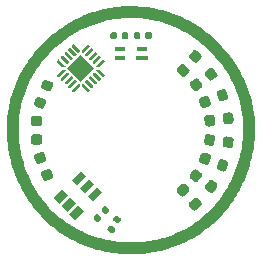
<source format=gts>
G04 #@! TF.GenerationSoftware,KiCad,Pcbnew,(5.1.8)-1*
G04 #@! TF.CreationDate,2021-06-14T15:46:15+01:00*
G04 #@! TF.ProjectId,amulet,616d756c-6574-42e6-9b69-6361645f7063,rev?*
G04 #@! TF.SameCoordinates,Original*
G04 #@! TF.FileFunction,Soldermask,Top*
G04 #@! TF.FilePolarity,Negative*
%FSLAX46Y46*%
G04 Gerber Fmt 4.6, Leading zero omitted, Abs format (unit mm)*
G04 Created by KiCad (PCBNEW (5.1.8)-1) date 2021-06-14 15:46:15*
%MOMM*%
%LPD*%
G01*
G04 APERTURE LIST*
%ADD10C,0.100000*%
%ADD11C,0.850000*%
%ADD12R,0.900000X0.350000*%
%ADD13R,1.000000X0.350000*%
G04 APERTURE END LIST*
D10*
G04 #@! TO.C,TP1*
G36*
X99994144Y-89500463D02*
G01*
X103924657Y-91351125D01*
X103707689Y-91253061D01*
X103488388Y-91160510D01*
X103266863Y-91073570D01*
X103043226Y-90992340D01*
X102817587Y-90916916D01*
X102590057Y-90847398D01*
X102360748Y-90783882D01*
X102129769Y-90726467D01*
X101897232Y-90675250D01*
X101663248Y-90630330D01*
X101427928Y-90591803D01*
X101191381Y-90559769D01*
X100953720Y-90534324D01*
X100715055Y-90515567D01*
X100475497Y-90503595D01*
X100235156Y-90498507D01*
X99994144Y-90500400D01*
X99741605Y-90499444D01*
X99489702Y-90506017D01*
X99238568Y-90520013D01*
X98988340Y-90541330D01*
X98739154Y-90569864D01*
X98491143Y-90605512D01*
X98244445Y-90648171D01*
X97999193Y-90697736D01*
X97755524Y-90754104D01*
X97513573Y-90817172D01*
X97273475Y-90886837D01*
X97035365Y-90962994D01*
X96799379Y-91045540D01*
X96565652Y-91134373D01*
X96334319Y-91229387D01*
X96105516Y-91330481D01*
X95879378Y-91437549D01*
X95656040Y-91550490D01*
X95435638Y-91669199D01*
X95218307Y-91793573D01*
X95004182Y-91923508D01*
X94793399Y-92058902D01*
X94586093Y-92199649D01*
X94382400Y-92345648D01*
X94182453Y-92496793D01*
X93986390Y-92652983D01*
X93794346Y-92814113D01*
X93606454Y-92980081D01*
X93422852Y-93150781D01*
X93243674Y-93326112D01*
X93069056Y-93505969D01*
X92899133Y-93690249D01*
X92734040Y-93878849D01*
X92573912Y-94071664D01*
X92418886Y-94268592D01*
X92269095Y-94469529D01*
X92124677Y-94674372D01*
X91985765Y-94883017D01*
X91852495Y-95095360D01*
X91725004Y-95311298D01*
X91603424Y-95530728D01*
X91484811Y-95750315D01*
X91373063Y-95972759D01*
X91268149Y-96197900D01*
X91170035Y-96425579D01*
X91078690Y-96655638D01*
X90994080Y-96887917D01*
X90916174Y-97122256D01*
X90844939Y-97358497D01*
X90780343Y-97596480D01*
X90722352Y-97836046D01*
X90670936Y-98077036D01*
X90626060Y-98319291D01*
X90587694Y-98562650D01*
X90555803Y-98806956D01*
X90530357Y-99052049D01*
X90511322Y-99297770D01*
X90498666Y-99543959D01*
X90492357Y-99790457D01*
X90492361Y-100037105D01*
X90498648Y-100283744D01*
X90511184Y-100530214D01*
X90529936Y-100776357D01*
X90554873Y-101022013D01*
X90585962Y-101267023D01*
X90623170Y-101511227D01*
X90666465Y-101754467D01*
X90715815Y-101996583D01*
X90771186Y-102237416D01*
X90832548Y-102476807D01*
X90899867Y-102714596D01*
X90973110Y-102950625D01*
X91052246Y-103184734D01*
X91137242Y-103416763D01*
X91228065Y-103646554D01*
X91324683Y-103873948D01*
X91427064Y-104098785D01*
X91535175Y-104320905D01*
X91648984Y-104540151D01*
X91768457Y-104756362D01*
X91893564Y-104969379D01*
X92024271Y-105179043D01*
X92160546Y-105385195D01*
X92302356Y-105587676D01*
X92449669Y-105786326D01*
X92602453Y-105980986D01*
X92760675Y-106171497D01*
X92924302Y-106357700D01*
X93089629Y-106543685D01*
X93259953Y-106724217D01*
X93435114Y-106899271D01*
X93614955Y-107068825D01*
X93799316Y-107232857D01*
X93988037Y-107391344D01*
X94180960Y-107544262D01*
X94377926Y-107691590D01*
X94578775Y-107833303D01*
X94783348Y-107969380D01*
X94991486Y-108099798D01*
X95203031Y-108224533D01*
X95417822Y-108343564D01*
X95635701Y-108456866D01*
X95856509Y-108564418D01*
X96080087Y-108666197D01*
X96306275Y-108762179D01*
X96534914Y-108852342D01*
X96765845Y-108936663D01*
X96998910Y-109015120D01*
X97233948Y-109087689D01*
X97470802Y-109154348D01*
X97709311Y-109215073D01*
X97949316Y-109269843D01*
X98190659Y-109318634D01*
X98433181Y-109361424D01*
X98676722Y-109398189D01*
X98921123Y-109428907D01*
X99166225Y-109453555D01*
X99411868Y-109472110D01*
X99657895Y-109484550D01*
X99904145Y-109490851D01*
X100150460Y-109490991D01*
X100396680Y-109484947D01*
X100642647Y-109472696D01*
X100888201Y-109454216D01*
X101133182Y-109429483D01*
X101377433Y-109398475D01*
X101620794Y-109361169D01*
X101863105Y-109317542D01*
X102104208Y-109267572D01*
X102343943Y-109211235D01*
X102582151Y-109148508D01*
X102818674Y-109079370D01*
X103053352Y-109003796D01*
X103286026Y-108921765D01*
X103516537Y-108833254D01*
X103744726Y-108738239D01*
X103971206Y-108642534D01*
X104194200Y-108540493D01*
X104413637Y-108432255D01*
X104629448Y-108317959D01*
X104841565Y-108197743D01*
X105049918Y-108071747D01*
X105254437Y-107940109D01*
X105455055Y-107802968D01*
X105651702Y-107660463D01*
X105844309Y-107512732D01*
X106032807Y-107359914D01*
X106217126Y-107202148D01*
X106397198Y-107039572D01*
X106572954Y-106872326D01*
X106744324Y-106700549D01*
X106911239Y-106524378D01*
X107073631Y-106343953D01*
X107231430Y-106159412D01*
X107384567Y-105970895D01*
X107532974Y-105778539D01*
X107676580Y-105582485D01*
X107815317Y-105382870D01*
X107949116Y-105179833D01*
X108077908Y-104973513D01*
X108201624Y-104764049D01*
X108320194Y-104551579D01*
X108433549Y-104336243D01*
X108541621Y-104118179D01*
X108644341Y-103897526D01*
X108741639Y-103674422D01*
X108833446Y-103449007D01*
X108919693Y-103221419D01*
X109000311Y-102991797D01*
X109075231Y-102760279D01*
X109144384Y-102527005D01*
X109207701Y-102292113D01*
X109265112Y-102055741D01*
X109316549Y-101818030D01*
X109361943Y-101579117D01*
X109401224Y-101339141D01*
X109434324Y-101098241D01*
X109461173Y-100856556D01*
X109481702Y-100614224D01*
X109495842Y-100371385D01*
X109503525Y-100128177D01*
X109504680Y-99884738D01*
X109499240Y-99641208D01*
X109487134Y-99397725D01*
X109468294Y-99154428D01*
X109442651Y-98911456D01*
X109416823Y-98671578D01*
X109384117Y-98433203D01*
X109344642Y-98196427D01*
X109298510Y-97961349D01*
X109245832Y-97728067D01*
X109186719Y-97496678D01*
X109121281Y-97267280D01*
X109049629Y-97039971D01*
X108971874Y-96814850D01*
X108888126Y-96592013D01*
X108798498Y-96371558D01*
X108703099Y-96153584D01*
X108602041Y-95938188D01*
X108495433Y-95725469D01*
X108383388Y-95515523D01*
X108266016Y-95308449D01*
X108143428Y-95104345D01*
X108015734Y-94903308D01*
X107883046Y-94705437D01*
X107745474Y-94510829D01*
X107603130Y-94319581D01*
X107456123Y-94131793D01*
X107304566Y-93947561D01*
X107148568Y-93766984D01*
X106988240Y-93590159D01*
X106823695Y-93417185D01*
X106655041Y-93248158D01*
X106482391Y-93083178D01*
X106305854Y-92922341D01*
X106125543Y-92765746D01*
X105941567Y-92613490D01*
X105754037Y-92465671D01*
X105563065Y-92322388D01*
X105368762Y-92183737D01*
X105171237Y-92049818D01*
X104970602Y-91920727D01*
X104766968Y-91796562D01*
X104560446Y-91677422D01*
X104351146Y-91563404D01*
X104139179Y-91454606D01*
X103924657Y-91351125D01*
X99994144Y-89500463D01*
X100239800Y-89503239D01*
X100485320Y-89511834D01*
X100730570Y-89526203D01*
X100981198Y-89542791D01*
X101230807Y-89566029D01*
X101479292Y-89595829D01*
X101726551Y-89632102D01*
X101972479Y-89674758D01*
X102216973Y-89723709D01*
X102459930Y-89778865D01*
X102701246Y-89840137D01*
X102940818Y-89907436D01*
X103178542Y-89980673D01*
X103414314Y-90059759D01*
X103648032Y-90144605D01*
X103879591Y-90235122D01*
X104108889Y-90331220D01*
X104335821Y-90432811D01*
X104560284Y-90539805D01*
X104782175Y-90652114D01*
X105001390Y-90769648D01*
X105217826Y-90892318D01*
X105431379Y-91020035D01*
X105641946Y-91152710D01*
X105849423Y-91290255D01*
X106053707Y-91432578D01*
X106254694Y-91579593D01*
X106452280Y-91731209D01*
X106646363Y-91887338D01*
X106836838Y-92047890D01*
X107023603Y-92212776D01*
X107206553Y-92381908D01*
X107385586Y-92555195D01*
X107560597Y-92732550D01*
X107731484Y-92913883D01*
X107898142Y-93099104D01*
X108060469Y-93288125D01*
X108218360Y-93480857D01*
X108371713Y-93677211D01*
X108520423Y-93877097D01*
X108664388Y-94080426D01*
X108803503Y-94287109D01*
X108937666Y-94497058D01*
X109066772Y-94710183D01*
X109190719Y-94926395D01*
X109309403Y-95145604D01*
X109422719Y-95367723D01*
X109530566Y-95592661D01*
X109632839Y-95820330D01*
X109729435Y-96050640D01*
X109820250Y-96283503D01*
X109909296Y-96514559D01*
X109991988Y-96747394D01*
X110068365Y-96981886D01*
X110138468Y-97217908D01*
X110202336Y-97455338D01*
X110260008Y-97694051D01*
X110311526Y-97933923D01*
X110356927Y-98174829D01*
X110396253Y-98416646D01*
X110429543Y-98659249D01*
X110456836Y-98902514D01*
X110478173Y-99146317D01*
X110493593Y-99390533D01*
X110503136Y-99635039D01*
X110506842Y-99879710D01*
X110504750Y-100124423D01*
X110496901Y-100369052D01*
X110483334Y-100613473D01*
X110464088Y-100857564D01*
X110439204Y-101101198D01*
X110408722Y-101344252D01*
X110372681Y-101586603D01*
X110331120Y-101828125D01*
X110284080Y-102068694D01*
X110231601Y-102308187D01*
X110173722Y-102546479D01*
X110110483Y-102783446D01*
X110041923Y-103018963D01*
X109968084Y-103252907D01*
X109889003Y-103485154D01*
X109804722Y-103715578D01*
X109715279Y-103944056D01*
X109620715Y-104170464D01*
X109521069Y-104394678D01*
X109416381Y-104616573D01*
X109306692Y-104836024D01*
X109192040Y-105052909D01*
X109072465Y-105267103D01*
X108948008Y-105478481D01*
X108818707Y-105686919D01*
X108684603Y-105892294D01*
X108545736Y-106094480D01*
X108402145Y-106293354D01*
X108253871Y-106488792D01*
X108100952Y-106680669D01*
X107943428Y-106868861D01*
X107781340Y-107053245D01*
X107614727Y-107233695D01*
X107443629Y-107410087D01*
X107268085Y-107582298D01*
X107088137Y-107750203D01*
X106904259Y-107920566D01*
X106716276Y-108085548D01*
X106524322Y-108245139D01*
X106328533Y-108399332D01*
X106129043Y-108548116D01*
X105925987Y-108691484D01*
X105719501Y-108829426D01*
X105509719Y-108961934D01*
X105296776Y-109089000D01*
X105080807Y-109210614D01*
X104861948Y-109326768D01*
X104640332Y-109437453D01*
X104416096Y-109542660D01*
X104189374Y-109642381D01*
X103960301Y-109736606D01*
X103729012Y-109825328D01*
X103495641Y-109908537D01*
X103260325Y-109986225D01*
X103023198Y-110058382D01*
X102784395Y-110125001D01*
X102544050Y-110186073D01*
X102302300Y-110241588D01*
X102059278Y-110291538D01*
X101815120Y-110335914D01*
X101569960Y-110374708D01*
X101323935Y-110407911D01*
X101077178Y-110435514D01*
X100829824Y-110457508D01*
X100582010Y-110473885D01*
X100333868Y-110484636D01*
X100085536Y-110489751D01*
X99837147Y-110489224D01*
X99588836Y-110483044D01*
X99340739Y-110471203D01*
X99092991Y-110453692D01*
X98845725Y-110430503D01*
X98599078Y-110401627D01*
X98353185Y-110367055D01*
X98108180Y-110326778D01*
X97864198Y-110280787D01*
X97621374Y-110229075D01*
X97379843Y-110171631D01*
X97139741Y-110108449D01*
X96901202Y-110039517D01*
X96664361Y-109964829D01*
X96429353Y-109884375D01*
X96196313Y-109798147D01*
X95965376Y-109706135D01*
X95736677Y-109608331D01*
X95510351Y-109504727D01*
X95286533Y-109395313D01*
X95064710Y-109285920D01*
X94846382Y-109170918D01*
X94631601Y-109050424D01*
X94420419Y-108924557D01*
X94212888Y-108793437D01*
X94009061Y-108657181D01*
X93808991Y-108515908D01*
X93612728Y-108369737D01*
X93420326Y-108218787D01*
X93231836Y-108063175D01*
X93047311Y-107903021D01*
X92866804Y-107738442D01*
X92690366Y-107569559D01*
X92518049Y-107396488D01*
X92349906Y-107219350D01*
X92185989Y-107038261D01*
X92026350Y-106853342D01*
X91871042Y-106664710D01*
X91720116Y-106472485D01*
X91573625Y-106276784D01*
X91431621Y-106077726D01*
X91294157Y-105875430D01*
X91161284Y-105670015D01*
X91033055Y-105461599D01*
X90909522Y-105250300D01*
X90790737Y-105036238D01*
X90676752Y-104819530D01*
X90567621Y-104600296D01*
X90463394Y-104378654D01*
X90364124Y-104154722D01*
X90269864Y-103928619D01*
X90180665Y-103700464D01*
X90096580Y-103470376D01*
X90017661Y-103238472D01*
X89943960Y-103004871D01*
X89875530Y-102769693D01*
X89812422Y-102533055D01*
X89754690Y-102295077D01*
X89702384Y-102055876D01*
X89655558Y-101815572D01*
X89614263Y-101574282D01*
X89578552Y-101332126D01*
X89548478Y-101089223D01*
X89524091Y-100845690D01*
X89505445Y-100601646D01*
X89492592Y-100357210D01*
X89485584Y-100112500D01*
X89484473Y-99867636D01*
X89489311Y-99622735D01*
X89500151Y-99377916D01*
X89517044Y-99133298D01*
X89540044Y-98889000D01*
X89569202Y-98645139D01*
X89604570Y-98401835D01*
X89639758Y-98161689D01*
X89681170Y-97923107D01*
X89728712Y-97686169D01*
X89782291Y-97450955D01*
X89841811Y-97217545D01*
X89907180Y-96986020D01*
X89978302Y-96756460D01*
X90055083Y-96528944D01*
X90137430Y-96303553D01*
X90225248Y-96080367D01*
X90318443Y-95859466D01*
X90416920Y-95640930D01*
X90520585Y-95424840D01*
X90629345Y-95211275D01*
X90743105Y-95000315D01*
X90861771Y-94792041D01*
X90985248Y-94586533D01*
X91113442Y-94383871D01*
X91246260Y-94184135D01*
X91383606Y-93987405D01*
X91525388Y-93793762D01*
X91671510Y-93603284D01*
X91821878Y-93416054D01*
X91976398Y-93232150D01*
X92134977Y-93051652D01*
X92297519Y-92874642D01*
X92463930Y-92701199D01*
X92634117Y-92531403D01*
X92807985Y-92365334D01*
X92985440Y-92203072D01*
X93166387Y-92044698D01*
X93350733Y-91890292D01*
X93538384Y-91739933D01*
X93729244Y-91593703D01*
X93923220Y-91451680D01*
X94120218Y-91313945D01*
X94320143Y-91180579D01*
X94522902Y-91051661D01*
X94728400Y-90927272D01*
X94936542Y-90807491D01*
X95147235Y-90692399D01*
X95360385Y-90582075D01*
X95575896Y-90476601D01*
X95793676Y-90376056D01*
X96013629Y-90280520D01*
X96235662Y-90190074D01*
X96459681Y-90104796D01*
X96685591Y-90024769D01*
X96913297Y-89950071D01*
X97142707Y-89880783D01*
X97373725Y-89816985D01*
X97606257Y-89758758D01*
X97840209Y-89706180D01*
X98075488Y-89659333D01*
X98311998Y-89618296D01*
X98549646Y-89583150D01*
X98788337Y-89553974D01*
X99027977Y-89530849D01*
X99268472Y-89513855D01*
X99509728Y-89503073D01*
X99751650Y-89498581D01*
X99994144Y-89500461D01*
X99994144Y-89500463D01*
G37*
G04 #@! TD*
D11*
G04 #@! TO.C,REF\u002A\u002A*
X90000000Y-100000000D03*
G04 #@! TD*
G04 #@! TO.C,REF\u002A\u002A*
X110000000Y-100000000D03*
G04 #@! TD*
G04 #@! TO.C,D9*
G36*
G01*
X92238281Y-97163828D02*
X92711769Y-97359953D01*
G75*
G02*
X92830156Y-97645764I-83712J-202099D01*
G01*
X92662732Y-98049961D01*
G75*
G02*
X92376921Y-98168348I-202099J83712D01*
G01*
X91903433Y-97972223D01*
G75*
G02*
X91785046Y-97686412I83712J202099D01*
G01*
X91952470Y-97282215D01*
G75*
G02*
X92238281Y-97163828I202099J-83712D01*
G01*
G37*
G36*
G01*
X92841007Y-95708718D02*
X93314495Y-95904843D01*
G75*
G02*
X93432882Y-96190654I-83712J-202099D01*
G01*
X93265458Y-96594851D01*
G75*
G02*
X92979647Y-96713238I-202099J83712D01*
G01*
X92506159Y-96517113D01*
G75*
G02*
X92387772Y-96231302I83712J202099D01*
G01*
X92555196Y-95827105D01*
G75*
G02*
X92841007Y-95708718I202099J-83712D01*
G01*
G37*
G04 #@! TD*
G04 #@! TO.C,D11*
G36*
G01*
X91903433Y-102027778D02*
X92376921Y-101831653D01*
G75*
G02*
X92662732Y-101950040I83712J-202099D01*
G01*
X92830156Y-102354237D01*
G75*
G02*
X92711769Y-102640048I-202099J-83712D01*
G01*
X92238281Y-102836173D01*
G75*
G02*
X91952470Y-102717786I-83712J202099D01*
G01*
X91785046Y-102313589D01*
G75*
G02*
X91903433Y-102027778I202099J83712D01*
G01*
G37*
G36*
G01*
X92506159Y-103482888D02*
X92979647Y-103286763D01*
G75*
G02*
X93265458Y-103405150I83712J-202099D01*
G01*
X93432882Y-103809347D01*
G75*
G02*
X93314495Y-104095158I-202099J-83712D01*
G01*
X92841007Y-104291283D01*
G75*
G02*
X92555196Y-104172896I-83712J202099D01*
G01*
X92387772Y-103768699D01*
G75*
G02*
X92506159Y-103482888I202099J83712D01*
G01*
G37*
G04 #@! TD*
D10*
G04 #@! TO.C,U2*
G36*
X94867140Y-105673241D02*
G01*
X95326759Y-106132860D01*
X94577226Y-106882393D01*
X94117607Y-106422774D01*
X94867140Y-105673241D01*
G37*
G36*
X95538891Y-106344993D02*
G01*
X95998510Y-106804612D01*
X95248977Y-107554145D01*
X94789358Y-107094526D01*
X95538891Y-106344993D01*
G37*
G36*
X94195388Y-105001490D02*
G01*
X94655007Y-105461109D01*
X93905474Y-106210642D01*
X93445855Y-105751023D01*
X94195388Y-105001490D01*
G37*
G36*
X95751023Y-103445855D02*
G01*
X96210642Y-103905474D01*
X95461109Y-104655007D01*
X95001490Y-104195388D01*
X95751023Y-103445855D01*
G37*
G36*
X96422774Y-104117607D02*
G01*
X96882393Y-104577226D01*
X96132860Y-105326759D01*
X95673241Y-104867140D01*
X96422774Y-104117607D01*
G37*
G36*
X97094526Y-104789358D02*
G01*
X97554145Y-105248977D01*
X96804612Y-105998510D01*
X96344993Y-105538891D01*
X97094526Y-104789358D01*
G37*
G04 #@! TD*
G04 #@! TO.C,U1*
G36*
X95750000Y-95881371D02*
G01*
X94618629Y-94750000D01*
X95750000Y-93618629D01*
X96881371Y-94750000D01*
X95750000Y-95881371D01*
G37*
G36*
X93848389Y-94001319D02*
G01*
X93857033Y-93996699D01*
X93866413Y-93993854D01*
X93876167Y-93992893D01*
X93885921Y-93993854D01*
X93895301Y-93996699D01*
X93903945Y-94001319D01*
X93911522Y-94007538D01*
X94441852Y-94537868D01*
X94448071Y-94545445D01*
X94452691Y-94554089D01*
X94455536Y-94563469D01*
X94456497Y-94573223D01*
X94455536Y-94582977D01*
X94452691Y-94592357D01*
X94448071Y-94601001D01*
X94441852Y-94608578D01*
X94421142Y-94629289D01*
X94413565Y-94635507D01*
X94404921Y-94640127D01*
X94395540Y-94642973D01*
X94385787Y-94643933D01*
X94215075Y-94643933D01*
X94205322Y-94642973D01*
X94195941Y-94640127D01*
X94187297Y-94635507D01*
X94179720Y-94629289D01*
X93734746Y-94184314D01*
X93728527Y-94176737D01*
X93723907Y-94168093D01*
X93721062Y-94158713D01*
X93720101Y-94148959D01*
X93721062Y-94139205D01*
X93723907Y-94129825D01*
X93728527Y-94121181D01*
X93734746Y-94113604D01*
X93840812Y-94007538D01*
X93848389Y-94001319D01*
G37*
G36*
G01*
X94574435Y-94387607D02*
X94061783Y-93874955D01*
G75*
G02*
X94061783Y-93786567I44194J44194D01*
G01*
X94150171Y-93698179D01*
G75*
G02*
X94238559Y-93698179I44194J-44194D01*
G01*
X94751211Y-94210831D01*
G75*
G02*
X94751211Y-94299219I-44194J-44194D01*
G01*
X94662823Y-94387607D01*
G75*
G02*
X94574435Y-94387607I-44194J44194D01*
G01*
G37*
G36*
G01*
X94892633Y-94069409D02*
X94379981Y-93556757D01*
G75*
G02*
X94379981Y-93468369I44194J44194D01*
G01*
X94468369Y-93379981D01*
G75*
G02*
X94556757Y-93379981I44194J-44194D01*
G01*
X95069409Y-93892633D01*
G75*
G02*
X95069409Y-93981021I-44194J-44194D01*
G01*
X94981021Y-94069409D01*
G75*
G02*
X94892633Y-94069409I-44194J44194D01*
G01*
G37*
G36*
G01*
X95210831Y-93751211D02*
X94698179Y-93238559D01*
G75*
G02*
X94698179Y-93150171I44194J44194D01*
G01*
X94786567Y-93061783D01*
G75*
G02*
X94874955Y-93061783I44194J-44194D01*
G01*
X95387607Y-93574435D01*
G75*
G02*
X95387607Y-93662823I-44194J-44194D01*
G01*
X95299219Y-93751211D01*
G75*
G02*
X95210831Y-93751211I-44194J44194D01*
G01*
G37*
G36*
X95121181Y-92728527D02*
G01*
X95129825Y-92723907D01*
X95139205Y-92721062D01*
X95148959Y-92720101D01*
X95158713Y-92721062D01*
X95168093Y-92723907D01*
X95176737Y-92728527D01*
X95184314Y-92734746D01*
X95629289Y-93179720D01*
X95635507Y-93187297D01*
X95640127Y-93195941D01*
X95642973Y-93205322D01*
X95643933Y-93215075D01*
X95643933Y-93385787D01*
X95642973Y-93395540D01*
X95640127Y-93404921D01*
X95635507Y-93413565D01*
X95629289Y-93421142D01*
X95608578Y-93441852D01*
X95601001Y-93448071D01*
X95592357Y-93452691D01*
X95582977Y-93455536D01*
X95573223Y-93456497D01*
X95563469Y-93455536D01*
X95554089Y-93452691D01*
X95545445Y-93448071D01*
X95537868Y-93441852D01*
X95007538Y-92911522D01*
X95001319Y-92903945D01*
X94996699Y-92895301D01*
X94993854Y-92885921D01*
X94992893Y-92876167D01*
X94993854Y-92866413D01*
X94996699Y-92857033D01*
X95001319Y-92848389D01*
X95007538Y-92840812D01*
X95113604Y-92734746D01*
X95121181Y-92728527D01*
G37*
G36*
X96323263Y-92728527D02*
G01*
X96331907Y-92723907D01*
X96341287Y-92721062D01*
X96351041Y-92720101D01*
X96360795Y-92721062D01*
X96370175Y-92723907D01*
X96378819Y-92728527D01*
X96386396Y-92734746D01*
X96492462Y-92840812D01*
X96498681Y-92848389D01*
X96503301Y-92857033D01*
X96506146Y-92866413D01*
X96507107Y-92876167D01*
X96506146Y-92885921D01*
X96503301Y-92895301D01*
X96498681Y-92903945D01*
X96492462Y-92911522D01*
X95962132Y-93441852D01*
X95954555Y-93448071D01*
X95945911Y-93452691D01*
X95936531Y-93455536D01*
X95926777Y-93456497D01*
X95917023Y-93455536D01*
X95907643Y-93452691D01*
X95898999Y-93448071D01*
X95891422Y-93441852D01*
X95870711Y-93421142D01*
X95864493Y-93413565D01*
X95859873Y-93404921D01*
X95857027Y-93395540D01*
X95856067Y-93385787D01*
X95856067Y-93215075D01*
X95857027Y-93205322D01*
X95859873Y-93195941D01*
X95864493Y-93187297D01*
X95870711Y-93179720D01*
X96315686Y-92734746D01*
X96323263Y-92728527D01*
G37*
G36*
G01*
X96200781Y-93751211D02*
X96112393Y-93662823D01*
G75*
G02*
X96112393Y-93574435I44194J44194D01*
G01*
X96625045Y-93061783D01*
G75*
G02*
X96713433Y-93061783I44194J-44194D01*
G01*
X96801821Y-93150171D01*
G75*
G02*
X96801821Y-93238559I-44194J-44194D01*
G01*
X96289169Y-93751211D01*
G75*
G02*
X96200781Y-93751211I-44194J44194D01*
G01*
G37*
G36*
G01*
X96518979Y-94069409D02*
X96430591Y-93981021D01*
G75*
G02*
X96430591Y-93892633I44194J44194D01*
G01*
X96943243Y-93379981D01*
G75*
G02*
X97031631Y-93379981I44194J-44194D01*
G01*
X97120019Y-93468369D01*
G75*
G02*
X97120019Y-93556757I-44194J-44194D01*
G01*
X96607367Y-94069409D01*
G75*
G02*
X96518979Y-94069409I-44194J44194D01*
G01*
G37*
G36*
G01*
X96837177Y-94387607D02*
X96748789Y-94299219D01*
G75*
G02*
X96748789Y-94210831I44194J44194D01*
G01*
X97261441Y-93698179D01*
G75*
G02*
X97349829Y-93698179I44194J-44194D01*
G01*
X97438217Y-93786567D01*
G75*
G02*
X97438217Y-93874955I-44194J-44194D01*
G01*
X96925565Y-94387607D01*
G75*
G02*
X96837177Y-94387607I-44194J44194D01*
G01*
G37*
G36*
X97596055Y-94001319D02*
G01*
X97604699Y-93996699D01*
X97614079Y-93993854D01*
X97623833Y-93992893D01*
X97633587Y-93993854D01*
X97642967Y-93996699D01*
X97651611Y-94001319D01*
X97659188Y-94007538D01*
X97765254Y-94113604D01*
X97771473Y-94121181D01*
X97776093Y-94129825D01*
X97778938Y-94139205D01*
X97779899Y-94148959D01*
X97778938Y-94158713D01*
X97776093Y-94168093D01*
X97771473Y-94176737D01*
X97765254Y-94184314D01*
X97320280Y-94629289D01*
X97312703Y-94635507D01*
X97304059Y-94640127D01*
X97294678Y-94642973D01*
X97284925Y-94643933D01*
X97114213Y-94643933D01*
X97104460Y-94642973D01*
X97095079Y-94640127D01*
X97086435Y-94635507D01*
X97078858Y-94629289D01*
X97058148Y-94608578D01*
X97051929Y-94601001D01*
X97047309Y-94592357D01*
X97044464Y-94582977D01*
X97043503Y-94573223D01*
X97044464Y-94563469D01*
X97047309Y-94554089D01*
X97051929Y-94545445D01*
X97058148Y-94537868D01*
X97588478Y-94007538D01*
X97596055Y-94001319D01*
G37*
G36*
X97086435Y-94864493D02*
G01*
X97095079Y-94859873D01*
X97104460Y-94857027D01*
X97114213Y-94856067D01*
X97284925Y-94856067D01*
X97294678Y-94857027D01*
X97304059Y-94859873D01*
X97312703Y-94864493D01*
X97320280Y-94870711D01*
X97765254Y-95315686D01*
X97771473Y-95323263D01*
X97776093Y-95331907D01*
X97778938Y-95341287D01*
X97779899Y-95351041D01*
X97778938Y-95360795D01*
X97776093Y-95370175D01*
X97771473Y-95378819D01*
X97765254Y-95386396D01*
X97659188Y-95492462D01*
X97651611Y-95498681D01*
X97642967Y-95503301D01*
X97633587Y-95506146D01*
X97623833Y-95507107D01*
X97614079Y-95506146D01*
X97604699Y-95503301D01*
X97596055Y-95498681D01*
X97588478Y-95492462D01*
X97058148Y-94962132D01*
X97051929Y-94954555D01*
X97047309Y-94945911D01*
X97044464Y-94936531D01*
X97043503Y-94926777D01*
X97044464Y-94917023D01*
X97047309Y-94907643D01*
X97051929Y-94898999D01*
X97058148Y-94891422D01*
X97078858Y-94870711D01*
X97086435Y-94864493D01*
G37*
G36*
G01*
X97261441Y-95801821D02*
X96748789Y-95289169D01*
G75*
G02*
X96748789Y-95200781I44194J44194D01*
G01*
X96837177Y-95112393D01*
G75*
G02*
X96925565Y-95112393I44194J-44194D01*
G01*
X97438217Y-95625045D01*
G75*
G02*
X97438217Y-95713433I-44194J-44194D01*
G01*
X97349829Y-95801821D01*
G75*
G02*
X97261441Y-95801821I-44194J44194D01*
G01*
G37*
G36*
G01*
X96943243Y-96120019D02*
X96430591Y-95607367D01*
G75*
G02*
X96430591Y-95518979I44194J44194D01*
G01*
X96518979Y-95430591D01*
G75*
G02*
X96607367Y-95430591I44194J-44194D01*
G01*
X97120019Y-95943243D01*
G75*
G02*
X97120019Y-96031631I-44194J-44194D01*
G01*
X97031631Y-96120019D01*
G75*
G02*
X96943243Y-96120019I-44194J44194D01*
G01*
G37*
G36*
G01*
X96625045Y-96438217D02*
X96112393Y-95925565D01*
G75*
G02*
X96112393Y-95837177I44194J44194D01*
G01*
X96200781Y-95748789D01*
G75*
G02*
X96289169Y-95748789I44194J-44194D01*
G01*
X96801821Y-96261441D01*
G75*
G02*
X96801821Y-96349829I-44194J-44194D01*
G01*
X96713433Y-96438217D01*
G75*
G02*
X96625045Y-96438217I-44194J44194D01*
G01*
G37*
G36*
X95898999Y-96051929D02*
G01*
X95907643Y-96047309D01*
X95917023Y-96044464D01*
X95926777Y-96043503D01*
X95936531Y-96044464D01*
X95945911Y-96047309D01*
X95954555Y-96051929D01*
X95962132Y-96058148D01*
X96492462Y-96588478D01*
X96498681Y-96596055D01*
X96503301Y-96604699D01*
X96506146Y-96614079D01*
X96507107Y-96623833D01*
X96506146Y-96633587D01*
X96503301Y-96642967D01*
X96498681Y-96651611D01*
X96492462Y-96659188D01*
X96386396Y-96765254D01*
X96378819Y-96771473D01*
X96370175Y-96776093D01*
X96360795Y-96778938D01*
X96351041Y-96779899D01*
X96341287Y-96778938D01*
X96331907Y-96776093D01*
X96323263Y-96771473D01*
X96315686Y-96765254D01*
X95870711Y-96320280D01*
X95864493Y-96312703D01*
X95859873Y-96304059D01*
X95857027Y-96294678D01*
X95856067Y-96284925D01*
X95856067Y-96114213D01*
X95857027Y-96104460D01*
X95859873Y-96095079D01*
X95864493Y-96086435D01*
X95870711Y-96078858D01*
X95891422Y-96058148D01*
X95898999Y-96051929D01*
G37*
G36*
X95545445Y-96051929D02*
G01*
X95554089Y-96047309D01*
X95563469Y-96044464D01*
X95573223Y-96043503D01*
X95582977Y-96044464D01*
X95592357Y-96047309D01*
X95601001Y-96051929D01*
X95608578Y-96058148D01*
X95629289Y-96078858D01*
X95635507Y-96086435D01*
X95640127Y-96095079D01*
X95642973Y-96104460D01*
X95643933Y-96114213D01*
X95643933Y-96284925D01*
X95642973Y-96294678D01*
X95640127Y-96304059D01*
X95635507Y-96312703D01*
X95629289Y-96320280D01*
X95184314Y-96765254D01*
X95176737Y-96771473D01*
X95168093Y-96776093D01*
X95158713Y-96778938D01*
X95148959Y-96779899D01*
X95139205Y-96778938D01*
X95129825Y-96776093D01*
X95121181Y-96771473D01*
X95113604Y-96765254D01*
X95007538Y-96659188D01*
X95001319Y-96651611D01*
X94996699Y-96642967D01*
X94993854Y-96633587D01*
X94992893Y-96623833D01*
X94993854Y-96614079D01*
X94996699Y-96604699D01*
X95001319Y-96596055D01*
X95007538Y-96588478D01*
X95537868Y-96058148D01*
X95545445Y-96051929D01*
G37*
G36*
G01*
X94786567Y-96438217D02*
X94698179Y-96349829D01*
G75*
G02*
X94698179Y-96261441I44194J44194D01*
G01*
X95210831Y-95748789D01*
G75*
G02*
X95299219Y-95748789I44194J-44194D01*
G01*
X95387607Y-95837177D01*
G75*
G02*
X95387607Y-95925565I-44194J-44194D01*
G01*
X94874955Y-96438217D01*
G75*
G02*
X94786567Y-96438217I-44194J44194D01*
G01*
G37*
G36*
G01*
X94468369Y-96120019D02*
X94379981Y-96031631D01*
G75*
G02*
X94379981Y-95943243I44194J44194D01*
G01*
X94892633Y-95430591D01*
G75*
G02*
X94981021Y-95430591I44194J-44194D01*
G01*
X95069409Y-95518979D01*
G75*
G02*
X95069409Y-95607367I-44194J-44194D01*
G01*
X94556757Y-96120019D01*
G75*
G02*
X94468369Y-96120019I-44194J44194D01*
G01*
G37*
G36*
G01*
X94150171Y-95801821D02*
X94061783Y-95713433D01*
G75*
G02*
X94061783Y-95625045I44194J44194D01*
G01*
X94574435Y-95112393D01*
G75*
G02*
X94662823Y-95112393I44194J-44194D01*
G01*
X94751211Y-95200781D01*
G75*
G02*
X94751211Y-95289169I-44194J-44194D01*
G01*
X94238559Y-95801821D01*
G75*
G02*
X94150171Y-95801821I-44194J44194D01*
G01*
G37*
G36*
X94187297Y-94864493D02*
G01*
X94195941Y-94859873D01*
X94205322Y-94857027D01*
X94215075Y-94856067D01*
X94385787Y-94856067D01*
X94395540Y-94857027D01*
X94404921Y-94859873D01*
X94413565Y-94864493D01*
X94421142Y-94870711D01*
X94441852Y-94891422D01*
X94448071Y-94898999D01*
X94452691Y-94907643D01*
X94455536Y-94917023D01*
X94456497Y-94926777D01*
X94455536Y-94936531D01*
X94452691Y-94945911D01*
X94448071Y-94954555D01*
X94441852Y-94962132D01*
X93911522Y-95492462D01*
X93903945Y-95498681D01*
X93895301Y-95503301D01*
X93885921Y-95506146D01*
X93876167Y-95507107D01*
X93866413Y-95506146D01*
X93857033Y-95503301D01*
X93848389Y-95498681D01*
X93840812Y-95492462D01*
X93734746Y-95386396D01*
X93728527Y-95378819D01*
X93723907Y-95370175D01*
X93721062Y-95360795D01*
X93720101Y-95351041D01*
X93721062Y-95341287D01*
X93723907Y-95331907D01*
X93728527Y-95323263D01*
X93734746Y-95315686D01*
X94179720Y-94870711D01*
X94187297Y-94864493D01*
G37*
G04 #@! TD*
G04 #@! TO.C,C2*
G36*
G01*
X99200000Y-92170000D02*
X99200000Y-91830000D01*
G75*
G02*
X99340000Y-91690000I140000J0D01*
G01*
X99620000Y-91690000D01*
G75*
G02*
X99760000Y-91830000I0J-140000D01*
G01*
X99760000Y-92170000D01*
G75*
G02*
X99620000Y-92310000I-140000J0D01*
G01*
X99340000Y-92310000D01*
G75*
G02*
X99200000Y-92170000I0J140000D01*
G01*
G37*
G36*
G01*
X98240000Y-92170000D02*
X98240000Y-91830000D01*
G75*
G02*
X98380000Y-91690000I140000J0D01*
G01*
X98660000Y-91690000D01*
G75*
G02*
X98800000Y-91830000I0J-140000D01*
G01*
X98800000Y-92170000D01*
G75*
G02*
X98660000Y-92310000I-140000J0D01*
G01*
X98380000Y-92310000D01*
G75*
G02*
X98240000Y-92170000I0J140000D01*
G01*
G37*
G04 #@! TD*
G04 #@! TO.C,C1*
G36*
G01*
X101200000Y-92170000D02*
X101200000Y-91830000D01*
G75*
G02*
X101340000Y-91690000I140000J0D01*
G01*
X101620000Y-91690000D01*
G75*
G02*
X101760000Y-91830000I0J-140000D01*
G01*
X101760000Y-92170000D01*
G75*
G02*
X101620000Y-92310000I-140000J0D01*
G01*
X101340000Y-92310000D01*
G75*
G02*
X101200000Y-92170000I0J140000D01*
G01*
G37*
G36*
G01*
X100240000Y-92170000D02*
X100240000Y-91830000D01*
G75*
G02*
X100380000Y-91690000I140000J0D01*
G01*
X100660000Y-91690000D01*
G75*
G02*
X100800000Y-91830000I0J-140000D01*
G01*
X100800000Y-92170000D01*
G75*
G02*
X100660000Y-92310000I-140000J0D01*
G01*
X100380000Y-92310000D01*
G75*
G02*
X100240000Y-92170000I0J140000D01*
G01*
G37*
G04 #@! TD*
G04 #@! TO.C,C4*
G36*
G01*
X98817224Y-107891796D02*
X98522776Y-107721796D01*
G75*
G02*
X98471532Y-107530552I70000J121244D01*
G01*
X98611532Y-107288064D01*
G75*
G02*
X98802776Y-107236820I121244J-70000D01*
G01*
X99097224Y-107406820D01*
G75*
G02*
X99148468Y-107598064I-70000J-121244D01*
G01*
X99008468Y-107840552D01*
G75*
G02*
X98817224Y-107891796I-121244J70000D01*
G01*
G37*
G36*
G01*
X98337224Y-108723180D02*
X98042776Y-108553180D01*
G75*
G02*
X97991532Y-108361936I70000J121244D01*
G01*
X98131532Y-108119448D01*
G75*
G02*
X98322776Y-108068204I121244J-70000D01*
G01*
X98617224Y-108238204D01*
G75*
G02*
X98668468Y-108429448I-70000J-121244D01*
G01*
X98528468Y-108671936D01*
G75*
G02*
X98337224Y-108723180I-121244J70000D01*
G01*
G37*
G04 #@! TD*
G04 #@! TO.C,C3*
G36*
G01*
X97238371Y-107121213D02*
X97478787Y-107361629D01*
G75*
G02*
X97478787Y-107559619I-98995J-98995D01*
G01*
X97280797Y-107757609D01*
G75*
G02*
X97082807Y-107757609I-98995J98995D01*
G01*
X96842391Y-107517193D01*
G75*
G02*
X96842391Y-107319203I98995J98995D01*
G01*
X97040381Y-107121213D01*
G75*
G02*
X97238371Y-107121213I98995J-98995D01*
G01*
G37*
G36*
G01*
X97917193Y-106442391D02*
X98157609Y-106682807D01*
G75*
G02*
X98157609Y-106880797I-98995J-98995D01*
G01*
X97959619Y-107078787D01*
G75*
G02*
X97761629Y-107078787I-98995J98995D01*
G01*
X97521213Y-106838371D01*
G75*
G02*
X97521213Y-106640381I98995J98995D01*
G01*
X97719203Y-106442391D01*
G75*
G02*
X97917193Y-106442391I98995J-98995D01*
G01*
G37*
G04 #@! TD*
D12*
G04 #@! TO.C,U3*
X100950000Y-93150000D03*
D13*
X100900000Y-93850000D03*
D12*
X99050000Y-93850000D03*
X99050000Y-93150000D03*
G04 #@! TD*
G04 #@! TO.C,D10*
G36*
G01*
X91743750Y-100350000D02*
X92256250Y-100350000D01*
G75*
G02*
X92475000Y-100568750I0J-218750D01*
G01*
X92475000Y-101006250D01*
G75*
G02*
X92256250Y-101225000I-218750J0D01*
G01*
X91743750Y-101225000D01*
G75*
G02*
X91525000Y-101006250I0J218750D01*
G01*
X91525000Y-100568750D01*
G75*
G02*
X91743750Y-100350000I218750J0D01*
G01*
G37*
G36*
G01*
X91743750Y-98775000D02*
X92256250Y-98775000D01*
G75*
G02*
X92475000Y-98993750I0J-218750D01*
G01*
X92475000Y-99431250D01*
G75*
G02*
X92256250Y-99650000I-218750J0D01*
G01*
X91743750Y-99650000D01*
G75*
G02*
X91525000Y-99431250I0J218750D01*
G01*
X91525000Y-98993750D01*
G75*
G02*
X91743750Y-98775000I218750J0D01*
G01*
G37*
G04 #@! TD*
G04 #@! TO.C,D8*
G36*
G01*
X105343457Y-94243645D02*
X104956669Y-93907415D01*
G75*
G02*
X104935089Y-93598809I143513J165093D01*
G01*
X105222115Y-93268623D01*
G75*
G02*
X105530721Y-93247043I165093J-143513D01*
G01*
X105917509Y-93583273D01*
G75*
G02*
X105939089Y-93891879I-143513J-165093D01*
G01*
X105652063Y-94222065D01*
G75*
G02*
X105343457Y-94243645I-165093J143513D01*
G01*
G37*
G36*
G01*
X104310165Y-95432313D02*
X103923377Y-95096083D01*
G75*
G02*
X103901797Y-94787477I143513J165093D01*
G01*
X104188823Y-94457291D01*
G75*
G02*
X104497429Y-94435711I165093J-143513D01*
G01*
X104884217Y-94771941D01*
G75*
G02*
X104905797Y-95080547I-143513J-165093D01*
G01*
X104618771Y-95410733D01*
G75*
G02*
X104310165Y-95432313I-165093J143513D01*
G01*
G37*
G04 #@! TD*
G04 #@! TO.C,D7*
G36*
G01*
X106577321Y-95707334D02*
X106283364Y-95287518D01*
G75*
G02*
X106337084Y-94982858I179190J125470D01*
G01*
X106695463Y-94731918D01*
G75*
G02*
X107000123Y-94785638I125470J-179190D01*
G01*
X107294080Y-95205454D01*
G75*
G02*
X107240360Y-95510114I-179190J-125470D01*
G01*
X106881981Y-95761054D01*
G75*
G02*
X106577321Y-95707334I-125470J179190D01*
G01*
G37*
G36*
G01*
X105287157Y-96610716D02*
X104993200Y-96190900D01*
G75*
G02*
X105046920Y-95886240I179190J125470D01*
G01*
X105405299Y-95635300D01*
G75*
G02*
X105709959Y-95689020I125470J-179190D01*
G01*
X106003916Y-96108836D01*
G75*
G02*
X105950196Y-96413496I-179190J-125470D01*
G01*
X105591817Y-96664436D01*
G75*
G02*
X105287157Y-96610716I-125470J179190D01*
G01*
G37*
G04 #@! TD*
G04 #@! TO.C,D6*
G36*
G01*
X107420438Y-97426041D02*
X107236774Y-96947581D01*
G75*
G02*
X107362602Y-96664967I204221J78393D01*
G01*
X107771044Y-96508181D01*
G75*
G02*
X108053658Y-96634009I78393J-204221D01*
G01*
X108237322Y-97112469D01*
G75*
G02*
X108111494Y-97395083I-204221J-78393D01*
G01*
X107703052Y-97551869D01*
G75*
G02*
X107420438Y-97426041I-78393J204221D01*
G01*
G37*
G36*
G01*
X105950048Y-97990471D02*
X105766384Y-97512011D01*
G75*
G02*
X105892212Y-97229397I204221J78393D01*
G01*
X106300654Y-97072611D01*
G75*
G02*
X106583268Y-97198439I78393J-204221D01*
G01*
X106766932Y-97676899D01*
G75*
G02*
X106641104Y-97959513I-204221J-78393D01*
G01*
X106232662Y-98116299D01*
G75*
G02*
X105950048Y-97990471I-78393J204221D01*
G01*
G37*
G04 #@! TD*
G04 #@! TO.C,D5*
G36*
G01*
X107822717Y-99297666D02*
X107760259Y-98788986D01*
G75*
G02*
X107950719Y-98545208I217119J26659D01*
G01*
X108384957Y-98491890D01*
G75*
G02*
X108628735Y-98682350I26659J-217119D01*
G01*
X108691193Y-99191030D01*
G75*
G02*
X108500733Y-99434808I-217119J-26659D01*
G01*
X108066495Y-99488126D01*
G75*
G02*
X107822717Y-99297666I-26659J217119D01*
G01*
G37*
G36*
G01*
X106259457Y-99489610D02*
X106196999Y-98980930D01*
G75*
G02*
X106387459Y-98737152I217119J26659D01*
G01*
X106821697Y-98683834D01*
G75*
G02*
X107065475Y-98874294I26659J-217119D01*
G01*
X107127933Y-99382974D01*
G75*
G02*
X106937473Y-99626752I-217119J-26659D01*
G01*
X106503235Y-99680070D01*
G75*
G02*
X106259457Y-99489610I-26659J217119D01*
G01*
G37*
G04 #@! TD*
G04 #@! TO.C,D4*
G36*
G01*
X107760259Y-101211014D02*
X107822717Y-100702334D01*
G75*
G02*
X108066495Y-100511874I217119J-26659D01*
G01*
X108500733Y-100565192D01*
G75*
G02*
X108691193Y-100808970I-26659J-217119D01*
G01*
X108628735Y-101317650D01*
G75*
G02*
X108384957Y-101508110I-217119J26659D01*
G01*
X107950719Y-101454792D01*
G75*
G02*
X107760259Y-101211014I26659J217119D01*
G01*
G37*
G36*
G01*
X106196999Y-101019070D02*
X106259457Y-100510390D01*
G75*
G02*
X106503235Y-100319930I217119J-26659D01*
G01*
X106937473Y-100373248D01*
G75*
G02*
X107127933Y-100617026I-26659J-217119D01*
G01*
X107065475Y-101125706D01*
G75*
G02*
X106821697Y-101316166I-217119J26659D01*
G01*
X106387459Y-101262848D01*
G75*
G02*
X106196999Y-101019070I26659J217119D01*
G01*
G37*
G04 #@! TD*
G04 #@! TO.C,D3*
G36*
G01*
X107236774Y-103052419D02*
X107420438Y-102573959D01*
G75*
G02*
X107703052Y-102448131I204221J-78393D01*
G01*
X108111494Y-102604917D01*
G75*
G02*
X108237322Y-102887531I-78393J-204221D01*
G01*
X108053658Y-103365991D01*
G75*
G02*
X107771044Y-103491819I-204221J78393D01*
G01*
X107362602Y-103335033D01*
G75*
G02*
X107236774Y-103052419I78393J204221D01*
G01*
G37*
G36*
G01*
X105766384Y-102487989D02*
X105950048Y-102009529D01*
G75*
G02*
X106232662Y-101883701I204221J-78393D01*
G01*
X106641104Y-102040487D01*
G75*
G02*
X106766932Y-102323101I-78393J-204221D01*
G01*
X106583268Y-102801561D01*
G75*
G02*
X106300654Y-102927389I-204221J78393D01*
G01*
X105892212Y-102770603D01*
G75*
G02*
X105766384Y-102487989I78393J204221D01*
G01*
G37*
G04 #@! TD*
G04 #@! TO.C,D2*
G36*
G01*
X106283364Y-104712482D02*
X106577321Y-104292666D01*
G75*
G02*
X106881981Y-104238946I179190J-125470D01*
G01*
X107240360Y-104489886D01*
G75*
G02*
X107294080Y-104794546I-125470J-179190D01*
G01*
X107000123Y-105214362D01*
G75*
G02*
X106695463Y-105268082I-179190J125470D01*
G01*
X106337084Y-105017142D01*
G75*
G02*
X106283364Y-104712482I125470J179190D01*
G01*
G37*
G36*
G01*
X104993200Y-103809100D02*
X105287157Y-103389284D01*
G75*
G02*
X105591817Y-103335564I179190J-125470D01*
G01*
X105950196Y-103586504D01*
G75*
G02*
X106003916Y-103891164I-125470J-179190D01*
G01*
X105709959Y-104310980D01*
G75*
G02*
X105405299Y-104364700I-179190J125470D01*
G01*
X105046920Y-104113760D01*
G75*
G02*
X104993200Y-103809100I125470J179190D01*
G01*
G37*
G04 #@! TD*
G04 #@! TO.C,D1*
G36*
G01*
X104956669Y-106092585D02*
X105343457Y-105756355D01*
G75*
G02*
X105652063Y-105777935I143513J-165093D01*
G01*
X105939089Y-106108121D01*
G75*
G02*
X105917509Y-106416727I-165093J-143513D01*
G01*
X105530721Y-106752957D01*
G75*
G02*
X105222115Y-106731377I-143513J165093D01*
G01*
X104935089Y-106401191D01*
G75*
G02*
X104956669Y-106092585I165093J143513D01*
G01*
G37*
G36*
G01*
X103923377Y-104903917D02*
X104310165Y-104567687D01*
G75*
G02*
X104618771Y-104589267I143513J-165093D01*
G01*
X104905797Y-104919453D01*
G75*
G02*
X104884217Y-105228059I-165093J-143513D01*
G01*
X104497429Y-105564289D01*
G75*
G02*
X104188823Y-105542709I-143513J165093D01*
G01*
X103901797Y-105212523D01*
G75*
G02*
X103923377Y-104903917I165093J143513D01*
G01*
G37*
G04 #@! TD*
M02*

</source>
